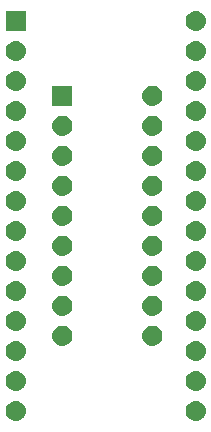
<source format=gbr>
G04 #@! TF.GenerationSoftware,KiCad,Pcbnew,(5.1.4)-1*
G04 #@! TF.CreationDate,2021-03-20T22:52:07-04:00*
G04 #@! TF.ProjectId,27C256_to_82s137,32374332-3536-45f7-946f-5f3832733133,rev?*
G04 #@! TF.SameCoordinates,Original*
G04 #@! TF.FileFunction,Soldermask,Top*
G04 #@! TF.FilePolarity,Negative*
%FSLAX46Y46*%
G04 Gerber Fmt 4.6, Leading zero omitted, Abs format (unit mm)*
G04 Created by KiCad (PCBNEW (5.1.4)-1) date 2021-03-20 22:52:07*
%MOMM*%
%LPD*%
G04 APERTURE LIST*
%ADD10C,0.100000*%
G04 APERTURE END LIST*
D10*
G36*
X174141824Y-109416314D02*
G01*
X174302243Y-109464977D01*
X174434907Y-109535887D01*
X174450079Y-109543997D01*
X174579660Y-109650342D01*
X174686005Y-109779923D01*
X174686006Y-109779925D01*
X174765025Y-109927759D01*
X174813688Y-110088178D01*
X174830118Y-110255001D01*
X174813688Y-110421824D01*
X174765025Y-110582243D01*
X174694115Y-110714907D01*
X174686005Y-110730079D01*
X174579660Y-110859660D01*
X174450079Y-110966005D01*
X174450077Y-110966006D01*
X174302243Y-111045025D01*
X174141824Y-111093688D01*
X174016805Y-111106001D01*
X173933197Y-111106001D01*
X173808178Y-111093688D01*
X173647759Y-111045025D01*
X173499925Y-110966006D01*
X173499923Y-110966005D01*
X173370342Y-110859660D01*
X173263997Y-110730079D01*
X173255887Y-110714907D01*
X173184977Y-110582243D01*
X173136314Y-110421824D01*
X173119884Y-110255001D01*
X173136314Y-110088178D01*
X173184977Y-109927759D01*
X173263996Y-109779925D01*
X173263997Y-109779923D01*
X173370342Y-109650342D01*
X173499923Y-109543997D01*
X173515095Y-109535887D01*
X173647759Y-109464977D01*
X173808178Y-109416314D01*
X173933197Y-109404001D01*
X174016805Y-109404001D01*
X174141824Y-109416314D01*
X174141824Y-109416314D01*
G37*
G36*
X158901824Y-109416314D02*
G01*
X159062243Y-109464977D01*
X159194907Y-109535887D01*
X159210079Y-109543997D01*
X159339660Y-109650342D01*
X159446005Y-109779923D01*
X159446006Y-109779925D01*
X159525025Y-109927759D01*
X159573688Y-110088178D01*
X159590118Y-110255001D01*
X159573688Y-110421824D01*
X159525025Y-110582243D01*
X159454115Y-110714907D01*
X159446005Y-110730079D01*
X159339660Y-110859660D01*
X159210079Y-110966005D01*
X159210077Y-110966006D01*
X159062243Y-111045025D01*
X158901824Y-111093688D01*
X158776805Y-111106001D01*
X158693197Y-111106001D01*
X158568178Y-111093688D01*
X158407759Y-111045025D01*
X158259925Y-110966006D01*
X158259923Y-110966005D01*
X158130342Y-110859660D01*
X158023997Y-110730079D01*
X158015887Y-110714907D01*
X157944977Y-110582243D01*
X157896314Y-110421824D01*
X157879884Y-110255001D01*
X157896314Y-110088178D01*
X157944977Y-109927759D01*
X158023996Y-109779925D01*
X158023997Y-109779923D01*
X158130342Y-109650342D01*
X158259923Y-109543997D01*
X158275095Y-109535887D01*
X158407759Y-109464977D01*
X158568178Y-109416314D01*
X158693197Y-109404001D01*
X158776805Y-109404001D01*
X158901824Y-109416314D01*
X158901824Y-109416314D01*
G37*
G36*
X174141824Y-106876314D02*
G01*
X174302243Y-106924977D01*
X174434907Y-106995887D01*
X174450079Y-107003997D01*
X174579660Y-107110342D01*
X174686005Y-107239923D01*
X174686006Y-107239925D01*
X174765025Y-107387759D01*
X174813688Y-107548178D01*
X174830118Y-107715001D01*
X174813688Y-107881824D01*
X174765025Y-108042243D01*
X174694115Y-108174907D01*
X174686005Y-108190079D01*
X174579660Y-108319660D01*
X174450079Y-108426005D01*
X174450077Y-108426006D01*
X174302243Y-108505025D01*
X174141824Y-108553688D01*
X174016805Y-108566001D01*
X173933197Y-108566001D01*
X173808178Y-108553688D01*
X173647759Y-108505025D01*
X173499925Y-108426006D01*
X173499923Y-108426005D01*
X173370342Y-108319660D01*
X173263997Y-108190079D01*
X173255887Y-108174907D01*
X173184977Y-108042243D01*
X173136314Y-107881824D01*
X173119884Y-107715001D01*
X173136314Y-107548178D01*
X173184977Y-107387759D01*
X173263996Y-107239925D01*
X173263997Y-107239923D01*
X173370342Y-107110342D01*
X173499923Y-107003997D01*
X173515095Y-106995887D01*
X173647759Y-106924977D01*
X173808178Y-106876314D01*
X173933197Y-106864001D01*
X174016805Y-106864001D01*
X174141824Y-106876314D01*
X174141824Y-106876314D01*
G37*
G36*
X158901824Y-106876314D02*
G01*
X159062243Y-106924977D01*
X159194907Y-106995887D01*
X159210079Y-107003997D01*
X159339660Y-107110342D01*
X159446005Y-107239923D01*
X159446006Y-107239925D01*
X159525025Y-107387759D01*
X159573688Y-107548178D01*
X159590118Y-107715001D01*
X159573688Y-107881824D01*
X159525025Y-108042243D01*
X159454115Y-108174907D01*
X159446005Y-108190079D01*
X159339660Y-108319660D01*
X159210079Y-108426005D01*
X159210077Y-108426006D01*
X159062243Y-108505025D01*
X158901824Y-108553688D01*
X158776805Y-108566001D01*
X158693197Y-108566001D01*
X158568178Y-108553688D01*
X158407759Y-108505025D01*
X158259925Y-108426006D01*
X158259923Y-108426005D01*
X158130342Y-108319660D01*
X158023997Y-108190079D01*
X158015887Y-108174907D01*
X157944977Y-108042243D01*
X157896314Y-107881824D01*
X157879884Y-107715001D01*
X157896314Y-107548178D01*
X157944977Y-107387759D01*
X158023996Y-107239925D01*
X158023997Y-107239923D01*
X158130342Y-107110342D01*
X158259923Y-107003997D01*
X158275095Y-106995887D01*
X158407759Y-106924977D01*
X158568178Y-106876314D01*
X158693197Y-106864001D01*
X158776805Y-106864001D01*
X158901824Y-106876314D01*
X158901824Y-106876314D01*
G37*
G36*
X158901824Y-104336314D02*
G01*
X159062243Y-104384977D01*
X159194907Y-104455887D01*
X159210079Y-104463997D01*
X159339660Y-104570342D01*
X159446005Y-104699923D01*
X159446006Y-104699925D01*
X159525025Y-104847759D01*
X159573688Y-105008178D01*
X159590118Y-105175001D01*
X159573688Y-105341824D01*
X159525025Y-105502243D01*
X159454115Y-105634907D01*
X159446005Y-105650079D01*
X159339660Y-105779660D01*
X159210079Y-105886005D01*
X159210077Y-105886006D01*
X159062243Y-105965025D01*
X158901824Y-106013688D01*
X158776805Y-106026001D01*
X158693197Y-106026001D01*
X158568178Y-106013688D01*
X158407759Y-105965025D01*
X158259925Y-105886006D01*
X158259923Y-105886005D01*
X158130342Y-105779660D01*
X158023997Y-105650079D01*
X158015887Y-105634907D01*
X157944977Y-105502243D01*
X157896314Y-105341824D01*
X157879884Y-105175001D01*
X157896314Y-105008178D01*
X157944977Y-104847759D01*
X158023996Y-104699925D01*
X158023997Y-104699923D01*
X158130342Y-104570342D01*
X158259923Y-104463997D01*
X158275095Y-104455887D01*
X158407759Y-104384977D01*
X158568178Y-104336314D01*
X158693197Y-104324001D01*
X158776805Y-104324001D01*
X158901824Y-104336314D01*
X158901824Y-104336314D01*
G37*
G36*
X174141824Y-104336314D02*
G01*
X174302243Y-104384977D01*
X174434907Y-104455887D01*
X174450079Y-104463997D01*
X174579660Y-104570342D01*
X174686005Y-104699923D01*
X174686006Y-104699925D01*
X174765025Y-104847759D01*
X174813688Y-105008178D01*
X174830118Y-105175001D01*
X174813688Y-105341824D01*
X174765025Y-105502243D01*
X174694115Y-105634907D01*
X174686005Y-105650079D01*
X174579660Y-105779660D01*
X174450079Y-105886005D01*
X174450077Y-105886006D01*
X174302243Y-105965025D01*
X174141824Y-106013688D01*
X174016805Y-106026001D01*
X173933197Y-106026001D01*
X173808178Y-106013688D01*
X173647759Y-105965025D01*
X173499925Y-105886006D01*
X173499923Y-105886005D01*
X173370342Y-105779660D01*
X173263997Y-105650079D01*
X173255887Y-105634907D01*
X173184977Y-105502243D01*
X173136314Y-105341824D01*
X173119884Y-105175001D01*
X173136314Y-105008178D01*
X173184977Y-104847759D01*
X173263996Y-104699925D01*
X173263997Y-104699923D01*
X173370342Y-104570342D01*
X173499923Y-104463997D01*
X173515095Y-104455887D01*
X173647759Y-104384977D01*
X173808178Y-104336314D01*
X173933197Y-104324001D01*
X174016805Y-104324001D01*
X174141824Y-104336314D01*
X174141824Y-104336314D01*
G37*
G36*
X170466823Y-103041313D02*
G01*
X170627242Y-103089976D01*
X170759906Y-103160886D01*
X170775078Y-103168996D01*
X170904659Y-103275341D01*
X171011004Y-103404922D01*
X171011005Y-103404924D01*
X171090024Y-103552758D01*
X171138687Y-103713177D01*
X171155117Y-103880000D01*
X171138687Y-104046823D01*
X171090024Y-104207242D01*
X171021033Y-104336315D01*
X171011004Y-104355078D01*
X170904659Y-104484659D01*
X170775078Y-104591004D01*
X170775076Y-104591005D01*
X170627242Y-104670024D01*
X170466823Y-104718687D01*
X170341804Y-104731000D01*
X170258196Y-104731000D01*
X170133177Y-104718687D01*
X169972758Y-104670024D01*
X169824924Y-104591005D01*
X169824922Y-104591004D01*
X169695341Y-104484659D01*
X169588996Y-104355078D01*
X169578967Y-104336315D01*
X169509976Y-104207242D01*
X169461313Y-104046823D01*
X169444883Y-103880000D01*
X169461313Y-103713177D01*
X169509976Y-103552758D01*
X169588995Y-103404924D01*
X169588996Y-103404922D01*
X169695341Y-103275341D01*
X169824922Y-103168996D01*
X169840094Y-103160886D01*
X169972758Y-103089976D01*
X170133177Y-103041313D01*
X170258196Y-103029000D01*
X170341804Y-103029000D01*
X170466823Y-103041313D01*
X170466823Y-103041313D01*
G37*
G36*
X162846823Y-103041313D02*
G01*
X163007242Y-103089976D01*
X163139906Y-103160886D01*
X163155078Y-103168996D01*
X163284659Y-103275341D01*
X163391004Y-103404922D01*
X163391005Y-103404924D01*
X163470024Y-103552758D01*
X163518687Y-103713177D01*
X163535117Y-103880000D01*
X163518687Y-104046823D01*
X163470024Y-104207242D01*
X163401033Y-104336315D01*
X163391004Y-104355078D01*
X163284659Y-104484659D01*
X163155078Y-104591004D01*
X163155076Y-104591005D01*
X163007242Y-104670024D01*
X162846823Y-104718687D01*
X162721804Y-104731000D01*
X162638196Y-104731000D01*
X162513177Y-104718687D01*
X162352758Y-104670024D01*
X162204924Y-104591005D01*
X162204922Y-104591004D01*
X162075341Y-104484659D01*
X161968996Y-104355078D01*
X161958967Y-104336315D01*
X161889976Y-104207242D01*
X161841313Y-104046823D01*
X161824883Y-103880000D01*
X161841313Y-103713177D01*
X161889976Y-103552758D01*
X161968995Y-103404924D01*
X161968996Y-103404922D01*
X162075341Y-103275341D01*
X162204922Y-103168996D01*
X162220094Y-103160886D01*
X162352758Y-103089976D01*
X162513177Y-103041313D01*
X162638196Y-103029000D01*
X162721804Y-103029000D01*
X162846823Y-103041313D01*
X162846823Y-103041313D01*
G37*
G36*
X158901824Y-101796314D02*
G01*
X159062243Y-101844977D01*
X159194907Y-101915887D01*
X159210079Y-101923997D01*
X159339660Y-102030342D01*
X159446005Y-102159923D01*
X159446006Y-102159925D01*
X159525025Y-102307759D01*
X159573688Y-102468178D01*
X159590118Y-102635001D01*
X159573688Y-102801824D01*
X159525025Y-102962243D01*
X159456751Y-103089975D01*
X159446005Y-103110079D01*
X159339660Y-103239660D01*
X159210079Y-103346005D01*
X159210077Y-103346006D01*
X159062243Y-103425025D01*
X158901824Y-103473688D01*
X158776805Y-103486001D01*
X158693197Y-103486001D01*
X158568178Y-103473688D01*
X158407759Y-103425025D01*
X158259925Y-103346006D01*
X158259923Y-103346005D01*
X158130342Y-103239660D01*
X158023997Y-103110079D01*
X158013251Y-103089975D01*
X157944977Y-102962243D01*
X157896314Y-102801824D01*
X157879884Y-102635001D01*
X157896314Y-102468178D01*
X157944977Y-102307759D01*
X158023996Y-102159925D01*
X158023997Y-102159923D01*
X158130342Y-102030342D01*
X158259923Y-101923997D01*
X158275095Y-101915887D01*
X158407759Y-101844977D01*
X158568178Y-101796314D01*
X158693197Y-101784001D01*
X158776805Y-101784001D01*
X158901824Y-101796314D01*
X158901824Y-101796314D01*
G37*
G36*
X174141824Y-101796314D02*
G01*
X174302243Y-101844977D01*
X174434907Y-101915887D01*
X174450079Y-101923997D01*
X174579660Y-102030342D01*
X174686005Y-102159923D01*
X174686006Y-102159925D01*
X174765025Y-102307759D01*
X174813688Y-102468178D01*
X174830118Y-102635001D01*
X174813688Y-102801824D01*
X174765025Y-102962243D01*
X174696751Y-103089975D01*
X174686005Y-103110079D01*
X174579660Y-103239660D01*
X174450079Y-103346005D01*
X174450077Y-103346006D01*
X174302243Y-103425025D01*
X174141824Y-103473688D01*
X174016805Y-103486001D01*
X173933197Y-103486001D01*
X173808178Y-103473688D01*
X173647759Y-103425025D01*
X173499925Y-103346006D01*
X173499923Y-103346005D01*
X173370342Y-103239660D01*
X173263997Y-103110079D01*
X173253251Y-103089975D01*
X173184977Y-102962243D01*
X173136314Y-102801824D01*
X173119884Y-102635001D01*
X173136314Y-102468178D01*
X173184977Y-102307759D01*
X173263996Y-102159925D01*
X173263997Y-102159923D01*
X173370342Y-102030342D01*
X173499923Y-101923997D01*
X173515095Y-101915887D01*
X173647759Y-101844977D01*
X173808178Y-101796314D01*
X173933197Y-101784001D01*
X174016805Y-101784001D01*
X174141824Y-101796314D01*
X174141824Y-101796314D01*
G37*
G36*
X162846823Y-100501313D02*
G01*
X163007242Y-100549976D01*
X163139906Y-100620886D01*
X163155078Y-100628996D01*
X163284659Y-100735341D01*
X163391004Y-100864922D01*
X163391005Y-100864924D01*
X163470024Y-101012758D01*
X163518687Y-101173177D01*
X163535117Y-101340000D01*
X163518687Y-101506823D01*
X163470024Y-101667242D01*
X163401033Y-101796315D01*
X163391004Y-101815078D01*
X163284659Y-101944659D01*
X163155078Y-102051004D01*
X163155076Y-102051005D01*
X163007242Y-102130024D01*
X162846823Y-102178687D01*
X162721804Y-102191000D01*
X162638196Y-102191000D01*
X162513177Y-102178687D01*
X162352758Y-102130024D01*
X162204924Y-102051005D01*
X162204922Y-102051004D01*
X162075341Y-101944659D01*
X161968996Y-101815078D01*
X161958967Y-101796315D01*
X161889976Y-101667242D01*
X161841313Y-101506823D01*
X161824883Y-101340000D01*
X161841313Y-101173177D01*
X161889976Y-101012758D01*
X161968995Y-100864924D01*
X161968996Y-100864922D01*
X162075341Y-100735341D01*
X162204922Y-100628996D01*
X162220094Y-100620886D01*
X162352758Y-100549976D01*
X162513177Y-100501313D01*
X162638196Y-100489000D01*
X162721804Y-100489000D01*
X162846823Y-100501313D01*
X162846823Y-100501313D01*
G37*
G36*
X170466823Y-100501313D02*
G01*
X170627242Y-100549976D01*
X170759906Y-100620886D01*
X170775078Y-100628996D01*
X170904659Y-100735341D01*
X171011004Y-100864922D01*
X171011005Y-100864924D01*
X171090024Y-101012758D01*
X171138687Y-101173177D01*
X171155117Y-101340000D01*
X171138687Y-101506823D01*
X171090024Y-101667242D01*
X171021033Y-101796315D01*
X171011004Y-101815078D01*
X170904659Y-101944659D01*
X170775078Y-102051004D01*
X170775076Y-102051005D01*
X170627242Y-102130024D01*
X170466823Y-102178687D01*
X170341804Y-102191000D01*
X170258196Y-102191000D01*
X170133177Y-102178687D01*
X169972758Y-102130024D01*
X169824924Y-102051005D01*
X169824922Y-102051004D01*
X169695341Y-101944659D01*
X169588996Y-101815078D01*
X169578967Y-101796315D01*
X169509976Y-101667242D01*
X169461313Y-101506823D01*
X169444883Y-101340000D01*
X169461313Y-101173177D01*
X169509976Y-101012758D01*
X169588995Y-100864924D01*
X169588996Y-100864922D01*
X169695341Y-100735341D01*
X169824922Y-100628996D01*
X169840094Y-100620886D01*
X169972758Y-100549976D01*
X170133177Y-100501313D01*
X170258196Y-100489000D01*
X170341804Y-100489000D01*
X170466823Y-100501313D01*
X170466823Y-100501313D01*
G37*
G36*
X174141824Y-99256314D02*
G01*
X174302243Y-99304977D01*
X174434907Y-99375887D01*
X174450079Y-99383997D01*
X174579660Y-99490342D01*
X174686005Y-99619923D01*
X174686006Y-99619925D01*
X174765025Y-99767759D01*
X174813688Y-99928178D01*
X174830118Y-100095001D01*
X174813688Y-100261824D01*
X174765025Y-100422243D01*
X174696751Y-100549975D01*
X174686005Y-100570079D01*
X174579660Y-100699660D01*
X174450079Y-100806005D01*
X174450077Y-100806006D01*
X174302243Y-100885025D01*
X174141824Y-100933688D01*
X174016805Y-100946001D01*
X173933197Y-100946001D01*
X173808178Y-100933688D01*
X173647759Y-100885025D01*
X173499925Y-100806006D01*
X173499923Y-100806005D01*
X173370342Y-100699660D01*
X173263997Y-100570079D01*
X173253251Y-100549975D01*
X173184977Y-100422243D01*
X173136314Y-100261824D01*
X173119884Y-100095001D01*
X173136314Y-99928178D01*
X173184977Y-99767759D01*
X173263996Y-99619925D01*
X173263997Y-99619923D01*
X173370342Y-99490342D01*
X173499923Y-99383997D01*
X173515095Y-99375887D01*
X173647759Y-99304977D01*
X173808178Y-99256314D01*
X173933197Y-99244001D01*
X174016805Y-99244001D01*
X174141824Y-99256314D01*
X174141824Y-99256314D01*
G37*
G36*
X158901824Y-99256314D02*
G01*
X159062243Y-99304977D01*
X159194907Y-99375887D01*
X159210079Y-99383997D01*
X159339660Y-99490342D01*
X159446005Y-99619923D01*
X159446006Y-99619925D01*
X159525025Y-99767759D01*
X159573688Y-99928178D01*
X159590118Y-100095001D01*
X159573688Y-100261824D01*
X159525025Y-100422243D01*
X159456751Y-100549975D01*
X159446005Y-100570079D01*
X159339660Y-100699660D01*
X159210079Y-100806005D01*
X159210077Y-100806006D01*
X159062243Y-100885025D01*
X158901824Y-100933688D01*
X158776805Y-100946001D01*
X158693197Y-100946001D01*
X158568178Y-100933688D01*
X158407759Y-100885025D01*
X158259925Y-100806006D01*
X158259923Y-100806005D01*
X158130342Y-100699660D01*
X158023997Y-100570079D01*
X158013251Y-100549975D01*
X157944977Y-100422243D01*
X157896314Y-100261824D01*
X157879884Y-100095001D01*
X157896314Y-99928178D01*
X157944977Y-99767759D01*
X158023996Y-99619925D01*
X158023997Y-99619923D01*
X158130342Y-99490342D01*
X158259923Y-99383997D01*
X158275095Y-99375887D01*
X158407759Y-99304977D01*
X158568178Y-99256314D01*
X158693197Y-99244001D01*
X158776805Y-99244001D01*
X158901824Y-99256314D01*
X158901824Y-99256314D01*
G37*
G36*
X170466823Y-97961313D02*
G01*
X170627242Y-98009976D01*
X170759906Y-98080886D01*
X170775078Y-98088996D01*
X170904659Y-98195341D01*
X171011004Y-98324922D01*
X171011005Y-98324924D01*
X171090024Y-98472758D01*
X171138687Y-98633177D01*
X171155117Y-98800000D01*
X171138687Y-98966823D01*
X171090024Y-99127242D01*
X171021033Y-99256315D01*
X171011004Y-99275078D01*
X170904659Y-99404659D01*
X170775078Y-99511004D01*
X170775076Y-99511005D01*
X170627242Y-99590024D01*
X170466823Y-99638687D01*
X170341804Y-99651000D01*
X170258196Y-99651000D01*
X170133177Y-99638687D01*
X169972758Y-99590024D01*
X169824924Y-99511005D01*
X169824922Y-99511004D01*
X169695341Y-99404659D01*
X169588996Y-99275078D01*
X169578967Y-99256315D01*
X169509976Y-99127242D01*
X169461313Y-98966823D01*
X169444883Y-98800000D01*
X169461313Y-98633177D01*
X169509976Y-98472758D01*
X169588995Y-98324924D01*
X169588996Y-98324922D01*
X169695341Y-98195341D01*
X169824922Y-98088996D01*
X169840094Y-98080886D01*
X169972758Y-98009976D01*
X170133177Y-97961313D01*
X170258196Y-97949000D01*
X170341804Y-97949000D01*
X170466823Y-97961313D01*
X170466823Y-97961313D01*
G37*
G36*
X162846823Y-97961313D02*
G01*
X163007242Y-98009976D01*
X163139906Y-98080886D01*
X163155078Y-98088996D01*
X163284659Y-98195341D01*
X163391004Y-98324922D01*
X163391005Y-98324924D01*
X163470024Y-98472758D01*
X163518687Y-98633177D01*
X163535117Y-98800000D01*
X163518687Y-98966823D01*
X163470024Y-99127242D01*
X163401033Y-99256315D01*
X163391004Y-99275078D01*
X163284659Y-99404659D01*
X163155078Y-99511004D01*
X163155076Y-99511005D01*
X163007242Y-99590024D01*
X162846823Y-99638687D01*
X162721804Y-99651000D01*
X162638196Y-99651000D01*
X162513177Y-99638687D01*
X162352758Y-99590024D01*
X162204924Y-99511005D01*
X162204922Y-99511004D01*
X162075341Y-99404659D01*
X161968996Y-99275078D01*
X161958967Y-99256315D01*
X161889976Y-99127242D01*
X161841313Y-98966823D01*
X161824883Y-98800000D01*
X161841313Y-98633177D01*
X161889976Y-98472758D01*
X161968995Y-98324924D01*
X161968996Y-98324922D01*
X162075341Y-98195341D01*
X162204922Y-98088996D01*
X162220094Y-98080886D01*
X162352758Y-98009976D01*
X162513177Y-97961313D01*
X162638196Y-97949000D01*
X162721804Y-97949000D01*
X162846823Y-97961313D01*
X162846823Y-97961313D01*
G37*
G36*
X158901824Y-96716314D02*
G01*
X159062243Y-96764977D01*
X159194907Y-96835887D01*
X159210079Y-96843997D01*
X159339660Y-96950342D01*
X159446005Y-97079923D01*
X159446006Y-97079925D01*
X159525025Y-97227759D01*
X159573688Y-97388178D01*
X159590118Y-97555001D01*
X159573688Y-97721824D01*
X159525025Y-97882243D01*
X159456751Y-98009975D01*
X159446005Y-98030079D01*
X159339660Y-98159660D01*
X159210079Y-98266005D01*
X159210077Y-98266006D01*
X159062243Y-98345025D01*
X158901824Y-98393688D01*
X158776805Y-98406001D01*
X158693197Y-98406001D01*
X158568178Y-98393688D01*
X158407759Y-98345025D01*
X158259925Y-98266006D01*
X158259923Y-98266005D01*
X158130342Y-98159660D01*
X158023997Y-98030079D01*
X158013251Y-98009975D01*
X157944977Y-97882243D01*
X157896314Y-97721824D01*
X157879884Y-97555001D01*
X157896314Y-97388178D01*
X157944977Y-97227759D01*
X158023996Y-97079925D01*
X158023997Y-97079923D01*
X158130342Y-96950342D01*
X158259923Y-96843997D01*
X158275095Y-96835887D01*
X158407759Y-96764977D01*
X158568178Y-96716314D01*
X158693197Y-96704001D01*
X158776805Y-96704001D01*
X158901824Y-96716314D01*
X158901824Y-96716314D01*
G37*
G36*
X174141824Y-96716314D02*
G01*
X174302243Y-96764977D01*
X174434907Y-96835887D01*
X174450079Y-96843997D01*
X174579660Y-96950342D01*
X174686005Y-97079923D01*
X174686006Y-97079925D01*
X174765025Y-97227759D01*
X174813688Y-97388178D01*
X174830118Y-97555001D01*
X174813688Y-97721824D01*
X174765025Y-97882243D01*
X174696751Y-98009975D01*
X174686005Y-98030079D01*
X174579660Y-98159660D01*
X174450079Y-98266005D01*
X174450077Y-98266006D01*
X174302243Y-98345025D01*
X174141824Y-98393688D01*
X174016805Y-98406001D01*
X173933197Y-98406001D01*
X173808178Y-98393688D01*
X173647759Y-98345025D01*
X173499925Y-98266006D01*
X173499923Y-98266005D01*
X173370342Y-98159660D01*
X173263997Y-98030079D01*
X173253251Y-98009975D01*
X173184977Y-97882243D01*
X173136314Y-97721824D01*
X173119884Y-97555001D01*
X173136314Y-97388178D01*
X173184977Y-97227759D01*
X173263996Y-97079925D01*
X173263997Y-97079923D01*
X173370342Y-96950342D01*
X173499923Y-96843997D01*
X173515095Y-96835887D01*
X173647759Y-96764977D01*
X173808178Y-96716314D01*
X173933197Y-96704001D01*
X174016805Y-96704001D01*
X174141824Y-96716314D01*
X174141824Y-96716314D01*
G37*
G36*
X170466823Y-95421313D02*
G01*
X170627242Y-95469976D01*
X170759906Y-95540886D01*
X170775078Y-95548996D01*
X170904659Y-95655341D01*
X171011004Y-95784922D01*
X171011005Y-95784924D01*
X171090024Y-95932758D01*
X171138687Y-96093177D01*
X171155117Y-96260000D01*
X171138687Y-96426823D01*
X171090024Y-96587242D01*
X171021033Y-96716315D01*
X171011004Y-96735078D01*
X170904659Y-96864659D01*
X170775078Y-96971004D01*
X170775076Y-96971005D01*
X170627242Y-97050024D01*
X170466823Y-97098687D01*
X170341804Y-97111000D01*
X170258196Y-97111000D01*
X170133177Y-97098687D01*
X169972758Y-97050024D01*
X169824924Y-96971005D01*
X169824922Y-96971004D01*
X169695341Y-96864659D01*
X169588996Y-96735078D01*
X169578967Y-96716315D01*
X169509976Y-96587242D01*
X169461313Y-96426823D01*
X169444883Y-96260000D01*
X169461313Y-96093177D01*
X169509976Y-95932758D01*
X169588995Y-95784924D01*
X169588996Y-95784922D01*
X169695341Y-95655341D01*
X169824922Y-95548996D01*
X169840094Y-95540886D01*
X169972758Y-95469976D01*
X170133177Y-95421313D01*
X170258196Y-95409000D01*
X170341804Y-95409000D01*
X170466823Y-95421313D01*
X170466823Y-95421313D01*
G37*
G36*
X162846823Y-95421313D02*
G01*
X163007242Y-95469976D01*
X163139906Y-95540886D01*
X163155078Y-95548996D01*
X163284659Y-95655341D01*
X163391004Y-95784922D01*
X163391005Y-95784924D01*
X163470024Y-95932758D01*
X163518687Y-96093177D01*
X163535117Y-96260000D01*
X163518687Y-96426823D01*
X163470024Y-96587242D01*
X163401033Y-96716315D01*
X163391004Y-96735078D01*
X163284659Y-96864659D01*
X163155078Y-96971004D01*
X163155076Y-96971005D01*
X163007242Y-97050024D01*
X162846823Y-97098687D01*
X162721804Y-97111000D01*
X162638196Y-97111000D01*
X162513177Y-97098687D01*
X162352758Y-97050024D01*
X162204924Y-96971005D01*
X162204922Y-96971004D01*
X162075341Y-96864659D01*
X161968996Y-96735078D01*
X161958967Y-96716315D01*
X161889976Y-96587242D01*
X161841313Y-96426823D01*
X161824883Y-96260000D01*
X161841313Y-96093177D01*
X161889976Y-95932758D01*
X161968995Y-95784924D01*
X161968996Y-95784922D01*
X162075341Y-95655341D01*
X162204922Y-95548996D01*
X162220094Y-95540886D01*
X162352758Y-95469976D01*
X162513177Y-95421313D01*
X162638196Y-95409000D01*
X162721804Y-95409000D01*
X162846823Y-95421313D01*
X162846823Y-95421313D01*
G37*
G36*
X174141824Y-94176314D02*
G01*
X174302243Y-94224977D01*
X174434907Y-94295887D01*
X174450079Y-94303997D01*
X174579660Y-94410342D01*
X174686005Y-94539923D01*
X174686006Y-94539925D01*
X174765025Y-94687759D01*
X174813688Y-94848178D01*
X174830118Y-95015001D01*
X174813688Y-95181824D01*
X174765025Y-95342243D01*
X174696751Y-95469975D01*
X174686005Y-95490079D01*
X174579660Y-95619660D01*
X174450079Y-95726005D01*
X174450077Y-95726006D01*
X174302243Y-95805025D01*
X174141824Y-95853688D01*
X174016805Y-95866001D01*
X173933197Y-95866001D01*
X173808178Y-95853688D01*
X173647759Y-95805025D01*
X173499925Y-95726006D01*
X173499923Y-95726005D01*
X173370342Y-95619660D01*
X173263997Y-95490079D01*
X173253251Y-95469975D01*
X173184977Y-95342243D01*
X173136314Y-95181824D01*
X173119884Y-95015001D01*
X173136314Y-94848178D01*
X173184977Y-94687759D01*
X173263996Y-94539925D01*
X173263997Y-94539923D01*
X173370342Y-94410342D01*
X173499923Y-94303997D01*
X173515095Y-94295887D01*
X173647759Y-94224977D01*
X173808178Y-94176314D01*
X173933197Y-94164001D01*
X174016805Y-94164001D01*
X174141824Y-94176314D01*
X174141824Y-94176314D01*
G37*
G36*
X158901824Y-94176314D02*
G01*
X159062243Y-94224977D01*
X159194907Y-94295887D01*
X159210079Y-94303997D01*
X159339660Y-94410342D01*
X159446005Y-94539923D01*
X159446006Y-94539925D01*
X159525025Y-94687759D01*
X159573688Y-94848178D01*
X159590118Y-95015001D01*
X159573688Y-95181824D01*
X159525025Y-95342243D01*
X159456751Y-95469975D01*
X159446005Y-95490079D01*
X159339660Y-95619660D01*
X159210079Y-95726005D01*
X159210077Y-95726006D01*
X159062243Y-95805025D01*
X158901824Y-95853688D01*
X158776805Y-95866001D01*
X158693197Y-95866001D01*
X158568178Y-95853688D01*
X158407759Y-95805025D01*
X158259925Y-95726006D01*
X158259923Y-95726005D01*
X158130342Y-95619660D01*
X158023997Y-95490079D01*
X158013251Y-95469975D01*
X157944977Y-95342243D01*
X157896314Y-95181824D01*
X157879884Y-95015001D01*
X157896314Y-94848178D01*
X157944977Y-94687759D01*
X158023996Y-94539925D01*
X158023997Y-94539923D01*
X158130342Y-94410342D01*
X158259923Y-94303997D01*
X158275095Y-94295887D01*
X158407759Y-94224977D01*
X158568178Y-94176314D01*
X158693197Y-94164001D01*
X158776805Y-94164001D01*
X158901824Y-94176314D01*
X158901824Y-94176314D01*
G37*
G36*
X162846823Y-92881313D02*
G01*
X163007242Y-92929976D01*
X163139906Y-93000886D01*
X163155078Y-93008996D01*
X163284659Y-93115341D01*
X163391004Y-93244922D01*
X163391005Y-93244924D01*
X163470024Y-93392758D01*
X163518687Y-93553177D01*
X163535117Y-93720000D01*
X163518687Y-93886823D01*
X163470024Y-94047242D01*
X163401033Y-94176315D01*
X163391004Y-94195078D01*
X163284659Y-94324659D01*
X163155078Y-94431004D01*
X163155076Y-94431005D01*
X163007242Y-94510024D01*
X162846823Y-94558687D01*
X162721804Y-94571000D01*
X162638196Y-94571000D01*
X162513177Y-94558687D01*
X162352758Y-94510024D01*
X162204924Y-94431005D01*
X162204922Y-94431004D01*
X162075341Y-94324659D01*
X161968996Y-94195078D01*
X161958967Y-94176315D01*
X161889976Y-94047242D01*
X161841313Y-93886823D01*
X161824883Y-93720000D01*
X161841313Y-93553177D01*
X161889976Y-93392758D01*
X161968995Y-93244924D01*
X161968996Y-93244922D01*
X162075341Y-93115341D01*
X162204922Y-93008996D01*
X162220094Y-93000886D01*
X162352758Y-92929976D01*
X162513177Y-92881313D01*
X162638196Y-92869000D01*
X162721804Y-92869000D01*
X162846823Y-92881313D01*
X162846823Y-92881313D01*
G37*
G36*
X170466823Y-92881313D02*
G01*
X170627242Y-92929976D01*
X170759906Y-93000886D01*
X170775078Y-93008996D01*
X170904659Y-93115341D01*
X171011004Y-93244922D01*
X171011005Y-93244924D01*
X171090024Y-93392758D01*
X171138687Y-93553177D01*
X171155117Y-93720000D01*
X171138687Y-93886823D01*
X171090024Y-94047242D01*
X171021033Y-94176315D01*
X171011004Y-94195078D01*
X170904659Y-94324659D01*
X170775078Y-94431004D01*
X170775076Y-94431005D01*
X170627242Y-94510024D01*
X170466823Y-94558687D01*
X170341804Y-94571000D01*
X170258196Y-94571000D01*
X170133177Y-94558687D01*
X169972758Y-94510024D01*
X169824924Y-94431005D01*
X169824922Y-94431004D01*
X169695341Y-94324659D01*
X169588996Y-94195078D01*
X169578967Y-94176315D01*
X169509976Y-94047242D01*
X169461313Y-93886823D01*
X169444883Y-93720000D01*
X169461313Y-93553177D01*
X169509976Y-93392758D01*
X169588995Y-93244924D01*
X169588996Y-93244922D01*
X169695341Y-93115341D01*
X169824922Y-93008996D01*
X169840094Y-93000886D01*
X169972758Y-92929976D01*
X170133177Y-92881313D01*
X170258196Y-92869000D01*
X170341804Y-92869000D01*
X170466823Y-92881313D01*
X170466823Y-92881313D01*
G37*
G36*
X174141824Y-91636314D02*
G01*
X174302243Y-91684977D01*
X174434907Y-91755887D01*
X174450079Y-91763997D01*
X174579660Y-91870342D01*
X174686005Y-91999923D01*
X174686006Y-91999925D01*
X174765025Y-92147759D01*
X174813688Y-92308178D01*
X174830118Y-92475001D01*
X174813688Y-92641824D01*
X174765025Y-92802243D01*
X174696751Y-92929975D01*
X174686005Y-92950079D01*
X174579660Y-93079660D01*
X174450079Y-93186005D01*
X174450077Y-93186006D01*
X174302243Y-93265025D01*
X174141824Y-93313688D01*
X174016805Y-93326001D01*
X173933197Y-93326001D01*
X173808178Y-93313688D01*
X173647759Y-93265025D01*
X173499925Y-93186006D01*
X173499923Y-93186005D01*
X173370342Y-93079660D01*
X173263997Y-92950079D01*
X173253251Y-92929975D01*
X173184977Y-92802243D01*
X173136314Y-92641824D01*
X173119884Y-92475001D01*
X173136314Y-92308178D01*
X173184977Y-92147759D01*
X173263996Y-91999925D01*
X173263997Y-91999923D01*
X173370342Y-91870342D01*
X173499923Y-91763997D01*
X173515095Y-91755887D01*
X173647759Y-91684977D01*
X173808178Y-91636314D01*
X173933197Y-91624001D01*
X174016805Y-91624001D01*
X174141824Y-91636314D01*
X174141824Y-91636314D01*
G37*
G36*
X158901824Y-91636314D02*
G01*
X159062243Y-91684977D01*
X159194907Y-91755887D01*
X159210079Y-91763997D01*
X159339660Y-91870342D01*
X159446005Y-91999923D01*
X159446006Y-91999925D01*
X159525025Y-92147759D01*
X159573688Y-92308178D01*
X159590118Y-92475001D01*
X159573688Y-92641824D01*
X159525025Y-92802243D01*
X159456751Y-92929975D01*
X159446005Y-92950079D01*
X159339660Y-93079660D01*
X159210079Y-93186005D01*
X159210077Y-93186006D01*
X159062243Y-93265025D01*
X158901824Y-93313688D01*
X158776805Y-93326001D01*
X158693197Y-93326001D01*
X158568178Y-93313688D01*
X158407759Y-93265025D01*
X158259925Y-93186006D01*
X158259923Y-93186005D01*
X158130342Y-93079660D01*
X158023997Y-92950079D01*
X158013251Y-92929975D01*
X157944977Y-92802243D01*
X157896314Y-92641824D01*
X157879884Y-92475001D01*
X157896314Y-92308178D01*
X157944977Y-92147759D01*
X158023996Y-91999925D01*
X158023997Y-91999923D01*
X158130342Y-91870342D01*
X158259923Y-91763997D01*
X158275095Y-91755887D01*
X158407759Y-91684977D01*
X158568178Y-91636314D01*
X158693197Y-91624001D01*
X158776805Y-91624001D01*
X158901824Y-91636314D01*
X158901824Y-91636314D01*
G37*
G36*
X162846823Y-90341313D02*
G01*
X163007242Y-90389976D01*
X163139906Y-90460886D01*
X163155078Y-90468996D01*
X163284659Y-90575341D01*
X163391004Y-90704922D01*
X163391005Y-90704924D01*
X163470024Y-90852758D01*
X163518687Y-91013177D01*
X163535117Y-91180000D01*
X163518687Y-91346823D01*
X163470024Y-91507242D01*
X163401033Y-91636315D01*
X163391004Y-91655078D01*
X163284659Y-91784659D01*
X163155078Y-91891004D01*
X163155076Y-91891005D01*
X163007242Y-91970024D01*
X162846823Y-92018687D01*
X162721804Y-92031000D01*
X162638196Y-92031000D01*
X162513177Y-92018687D01*
X162352758Y-91970024D01*
X162204924Y-91891005D01*
X162204922Y-91891004D01*
X162075341Y-91784659D01*
X161968996Y-91655078D01*
X161958967Y-91636315D01*
X161889976Y-91507242D01*
X161841313Y-91346823D01*
X161824883Y-91180000D01*
X161841313Y-91013177D01*
X161889976Y-90852758D01*
X161968995Y-90704924D01*
X161968996Y-90704922D01*
X162075341Y-90575341D01*
X162204922Y-90468996D01*
X162220094Y-90460886D01*
X162352758Y-90389976D01*
X162513177Y-90341313D01*
X162638196Y-90329000D01*
X162721804Y-90329000D01*
X162846823Y-90341313D01*
X162846823Y-90341313D01*
G37*
G36*
X170466823Y-90341313D02*
G01*
X170627242Y-90389976D01*
X170759906Y-90460886D01*
X170775078Y-90468996D01*
X170904659Y-90575341D01*
X171011004Y-90704922D01*
X171011005Y-90704924D01*
X171090024Y-90852758D01*
X171138687Y-91013177D01*
X171155117Y-91180000D01*
X171138687Y-91346823D01*
X171090024Y-91507242D01*
X171021033Y-91636315D01*
X171011004Y-91655078D01*
X170904659Y-91784659D01*
X170775078Y-91891004D01*
X170775076Y-91891005D01*
X170627242Y-91970024D01*
X170466823Y-92018687D01*
X170341804Y-92031000D01*
X170258196Y-92031000D01*
X170133177Y-92018687D01*
X169972758Y-91970024D01*
X169824924Y-91891005D01*
X169824922Y-91891004D01*
X169695341Y-91784659D01*
X169588996Y-91655078D01*
X169578967Y-91636315D01*
X169509976Y-91507242D01*
X169461313Y-91346823D01*
X169444883Y-91180000D01*
X169461313Y-91013177D01*
X169509976Y-90852758D01*
X169588995Y-90704924D01*
X169588996Y-90704922D01*
X169695341Y-90575341D01*
X169824922Y-90468996D01*
X169840094Y-90460886D01*
X169972758Y-90389976D01*
X170133177Y-90341313D01*
X170258196Y-90329000D01*
X170341804Y-90329000D01*
X170466823Y-90341313D01*
X170466823Y-90341313D01*
G37*
G36*
X174141824Y-89096314D02*
G01*
X174302243Y-89144977D01*
X174434907Y-89215887D01*
X174450079Y-89223997D01*
X174579660Y-89330342D01*
X174686005Y-89459923D01*
X174686006Y-89459925D01*
X174765025Y-89607759D01*
X174813688Y-89768178D01*
X174830118Y-89935001D01*
X174813688Y-90101824D01*
X174765025Y-90262243D01*
X174696751Y-90389975D01*
X174686005Y-90410079D01*
X174579660Y-90539660D01*
X174450079Y-90646005D01*
X174450077Y-90646006D01*
X174302243Y-90725025D01*
X174141824Y-90773688D01*
X174016805Y-90786001D01*
X173933197Y-90786001D01*
X173808178Y-90773688D01*
X173647759Y-90725025D01*
X173499925Y-90646006D01*
X173499923Y-90646005D01*
X173370342Y-90539660D01*
X173263997Y-90410079D01*
X173253251Y-90389975D01*
X173184977Y-90262243D01*
X173136314Y-90101824D01*
X173119884Y-89935001D01*
X173136314Y-89768178D01*
X173184977Y-89607759D01*
X173263996Y-89459925D01*
X173263997Y-89459923D01*
X173370342Y-89330342D01*
X173499923Y-89223997D01*
X173515095Y-89215887D01*
X173647759Y-89144977D01*
X173808178Y-89096314D01*
X173933197Y-89084001D01*
X174016805Y-89084001D01*
X174141824Y-89096314D01*
X174141824Y-89096314D01*
G37*
G36*
X158901824Y-89096314D02*
G01*
X159062243Y-89144977D01*
X159194907Y-89215887D01*
X159210079Y-89223997D01*
X159339660Y-89330342D01*
X159446005Y-89459923D01*
X159446006Y-89459925D01*
X159525025Y-89607759D01*
X159573688Y-89768178D01*
X159590118Y-89935001D01*
X159573688Y-90101824D01*
X159525025Y-90262243D01*
X159456751Y-90389975D01*
X159446005Y-90410079D01*
X159339660Y-90539660D01*
X159210079Y-90646005D01*
X159210077Y-90646006D01*
X159062243Y-90725025D01*
X158901824Y-90773688D01*
X158776805Y-90786001D01*
X158693197Y-90786001D01*
X158568178Y-90773688D01*
X158407759Y-90725025D01*
X158259925Y-90646006D01*
X158259923Y-90646005D01*
X158130342Y-90539660D01*
X158023997Y-90410079D01*
X158013251Y-90389975D01*
X157944977Y-90262243D01*
X157896314Y-90101824D01*
X157879884Y-89935001D01*
X157896314Y-89768178D01*
X157944977Y-89607759D01*
X158023996Y-89459925D01*
X158023997Y-89459923D01*
X158130342Y-89330342D01*
X158259923Y-89223997D01*
X158275095Y-89215887D01*
X158407759Y-89144977D01*
X158568178Y-89096314D01*
X158693197Y-89084001D01*
X158776805Y-89084001D01*
X158901824Y-89096314D01*
X158901824Y-89096314D01*
G37*
G36*
X170466823Y-87801313D02*
G01*
X170627242Y-87849976D01*
X170759906Y-87920886D01*
X170775078Y-87928996D01*
X170904659Y-88035341D01*
X171011004Y-88164922D01*
X171011005Y-88164924D01*
X171090024Y-88312758D01*
X171138687Y-88473177D01*
X171155117Y-88640000D01*
X171138687Y-88806823D01*
X171090024Y-88967242D01*
X171021033Y-89096315D01*
X171011004Y-89115078D01*
X170904659Y-89244659D01*
X170775078Y-89351004D01*
X170775076Y-89351005D01*
X170627242Y-89430024D01*
X170466823Y-89478687D01*
X170341804Y-89491000D01*
X170258196Y-89491000D01*
X170133177Y-89478687D01*
X169972758Y-89430024D01*
X169824924Y-89351005D01*
X169824922Y-89351004D01*
X169695341Y-89244659D01*
X169588996Y-89115078D01*
X169578967Y-89096315D01*
X169509976Y-88967242D01*
X169461313Y-88806823D01*
X169444883Y-88640000D01*
X169461313Y-88473177D01*
X169509976Y-88312758D01*
X169588995Y-88164924D01*
X169588996Y-88164922D01*
X169695341Y-88035341D01*
X169824922Y-87928996D01*
X169840094Y-87920886D01*
X169972758Y-87849976D01*
X170133177Y-87801313D01*
X170258196Y-87789000D01*
X170341804Y-87789000D01*
X170466823Y-87801313D01*
X170466823Y-87801313D01*
G37*
G36*
X162846823Y-87801313D02*
G01*
X163007242Y-87849976D01*
X163139906Y-87920886D01*
X163155078Y-87928996D01*
X163284659Y-88035341D01*
X163391004Y-88164922D01*
X163391005Y-88164924D01*
X163470024Y-88312758D01*
X163518687Y-88473177D01*
X163535117Y-88640000D01*
X163518687Y-88806823D01*
X163470024Y-88967242D01*
X163401033Y-89096315D01*
X163391004Y-89115078D01*
X163284659Y-89244659D01*
X163155078Y-89351004D01*
X163155076Y-89351005D01*
X163007242Y-89430024D01*
X162846823Y-89478687D01*
X162721804Y-89491000D01*
X162638196Y-89491000D01*
X162513177Y-89478687D01*
X162352758Y-89430024D01*
X162204924Y-89351005D01*
X162204922Y-89351004D01*
X162075341Y-89244659D01*
X161968996Y-89115078D01*
X161958967Y-89096315D01*
X161889976Y-88967242D01*
X161841313Y-88806823D01*
X161824883Y-88640000D01*
X161841313Y-88473177D01*
X161889976Y-88312758D01*
X161968995Y-88164924D01*
X161968996Y-88164922D01*
X162075341Y-88035341D01*
X162204922Y-87928996D01*
X162220094Y-87920886D01*
X162352758Y-87849976D01*
X162513177Y-87801313D01*
X162638196Y-87789000D01*
X162721804Y-87789000D01*
X162846823Y-87801313D01*
X162846823Y-87801313D01*
G37*
G36*
X158901824Y-86556314D02*
G01*
X159062243Y-86604977D01*
X159194907Y-86675887D01*
X159210079Y-86683997D01*
X159339660Y-86790342D01*
X159446005Y-86919923D01*
X159446006Y-86919925D01*
X159525025Y-87067759D01*
X159573688Y-87228178D01*
X159590118Y-87395001D01*
X159573688Y-87561824D01*
X159525025Y-87722243D01*
X159456751Y-87849975D01*
X159446005Y-87870079D01*
X159339660Y-87999660D01*
X159210079Y-88106005D01*
X159210077Y-88106006D01*
X159062243Y-88185025D01*
X158901824Y-88233688D01*
X158776805Y-88246001D01*
X158693197Y-88246001D01*
X158568178Y-88233688D01*
X158407759Y-88185025D01*
X158259925Y-88106006D01*
X158259923Y-88106005D01*
X158130342Y-87999660D01*
X158023997Y-87870079D01*
X158013251Y-87849975D01*
X157944977Y-87722243D01*
X157896314Y-87561824D01*
X157879884Y-87395001D01*
X157896314Y-87228178D01*
X157944977Y-87067759D01*
X158023996Y-86919925D01*
X158023997Y-86919923D01*
X158130342Y-86790342D01*
X158259923Y-86683997D01*
X158275095Y-86675887D01*
X158407759Y-86604977D01*
X158568178Y-86556314D01*
X158693197Y-86544001D01*
X158776805Y-86544001D01*
X158901824Y-86556314D01*
X158901824Y-86556314D01*
G37*
G36*
X174141824Y-86556314D02*
G01*
X174302243Y-86604977D01*
X174434907Y-86675887D01*
X174450079Y-86683997D01*
X174579660Y-86790342D01*
X174686005Y-86919923D01*
X174686006Y-86919925D01*
X174765025Y-87067759D01*
X174813688Y-87228178D01*
X174830118Y-87395001D01*
X174813688Y-87561824D01*
X174765025Y-87722243D01*
X174696751Y-87849975D01*
X174686005Y-87870079D01*
X174579660Y-87999660D01*
X174450079Y-88106005D01*
X174450077Y-88106006D01*
X174302243Y-88185025D01*
X174141824Y-88233688D01*
X174016805Y-88246001D01*
X173933197Y-88246001D01*
X173808178Y-88233688D01*
X173647759Y-88185025D01*
X173499925Y-88106006D01*
X173499923Y-88106005D01*
X173370342Y-87999660D01*
X173263997Y-87870079D01*
X173253251Y-87849975D01*
X173184977Y-87722243D01*
X173136314Y-87561824D01*
X173119884Y-87395001D01*
X173136314Y-87228178D01*
X173184977Y-87067759D01*
X173263996Y-86919925D01*
X173263997Y-86919923D01*
X173370342Y-86790342D01*
X173499923Y-86683997D01*
X173515095Y-86675887D01*
X173647759Y-86604977D01*
X173808178Y-86556314D01*
X173933197Y-86544001D01*
X174016805Y-86544001D01*
X174141824Y-86556314D01*
X174141824Y-86556314D01*
G37*
G36*
X162846823Y-85261313D02*
G01*
X163007242Y-85309976D01*
X163139906Y-85380886D01*
X163155078Y-85388996D01*
X163284659Y-85495341D01*
X163391004Y-85624922D01*
X163391005Y-85624924D01*
X163470024Y-85772758D01*
X163518687Y-85933177D01*
X163535117Y-86100000D01*
X163518687Y-86266823D01*
X163470024Y-86427242D01*
X163401033Y-86556315D01*
X163391004Y-86575078D01*
X163284659Y-86704659D01*
X163155078Y-86811004D01*
X163155076Y-86811005D01*
X163007242Y-86890024D01*
X162846823Y-86938687D01*
X162721804Y-86951000D01*
X162638196Y-86951000D01*
X162513177Y-86938687D01*
X162352758Y-86890024D01*
X162204924Y-86811005D01*
X162204922Y-86811004D01*
X162075341Y-86704659D01*
X161968996Y-86575078D01*
X161958967Y-86556315D01*
X161889976Y-86427242D01*
X161841313Y-86266823D01*
X161824883Y-86100000D01*
X161841313Y-85933177D01*
X161889976Y-85772758D01*
X161968995Y-85624924D01*
X161968996Y-85624922D01*
X162075341Y-85495341D01*
X162204922Y-85388996D01*
X162220094Y-85380886D01*
X162352758Y-85309976D01*
X162513177Y-85261313D01*
X162638196Y-85249000D01*
X162721804Y-85249000D01*
X162846823Y-85261313D01*
X162846823Y-85261313D01*
G37*
G36*
X170466823Y-85261313D02*
G01*
X170627242Y-85309976D01*
X170759906Y-85380886D01*
X170775078Y-85388996D01*
X170904659Y-85495341D01*
X171011004Y-85624922D01*
X171011005Y-85624924D01*
X171090024Y-85772758D01*
X171138687Y-85933177D01*
X171155117Y-86100000D01*
X171138687Y-86266823D01*
X171090024Y-86427242D01*
X171021033Y-86556315D01*
X171011004Y-86575078D01*
X170904659Y-86704659D01*
X170775078Y-86811004D01*
X170775076Y-86811005D01*
X170627242Y-86890024D01*
X170466823Y-86938687D01*
X170341804Y-86951000D01*
X170258196Y-86951000D01*
X170133177Y-86938687D01*
X169972758Y-86890024D01*
X169824924Y-86811005D01*
X169824922Y-86811004D01*
X169695341Y-86704659D01*
X169588996Y-86575078D01*
X169578967Y-86556315D01*
X169509976Y-86427242D01*
X169461313Y-86266823D01*
X169444883Y-86100000D01*
X169461313Y-85933177D01*
X169509976Y-85772758D01*
X169588995Y-85624924D01*
X169588996Y-85624922D01*
X169695341Y-85495341D01*
X169824922Y-85388996D01*
X169840094Y-85380886D01*
X169972758Y-85309976D01*
X170133177Y-85261313D01*
X170258196Y-85249000D01*
X170341804Y-85249000D01*
X170466823Y-85261313D01*
X170466823Y-85261313D01*
G37*
G36*
X158901824Y-84016314D02*
G01*
X159062243Y-84064977D01*
X159194907Y-84135887D01*
X159210079Y-84143997D01*
X159339660Y-84250342D01*
X159446005Y-84379923D01*
X159446006Y-84379925D01*
X159525025Y-84527759D01*
X159573688Y-84688178D01*
X159590118Y-84855001D01*
X159573688Y-85021824D01*
X159525025Y-85182243D01*
X159456751Y-85309975D01*
X159446005Y-85330079D01*
X159339660Y-85459660D01*
X159210079Y-85566005D01*
X159210077Y-85566006D01*
X159062243Y-85645025D01*
X158901824Y-85693688D01*
X158776805Y-85706001D01*
X158693197Y-85706001D01*
X158568178Y-85693688D01*
X158407759Y-85645025D01*
X158259925Y-85566006D01*
X158259923Y-85566005D01*
X158130342Y-85459660D01*
X158023997Y-85330079D01*
X158013251Y-85309975D01*
X157944977Y-85182243D01*
X157896314Y-85021824D01*
X157879884Y-84855001D01*
X157896314Y-84688178D01*
X157944977Y-84527759D01*
X158023996Y-84379925D01*
X158023997Y-84379923D01*
X158130342Y-84250342D01*
X158259923Y-84143997D01*
X158275095Y-84135887D01*
X158407759Y-84064977D01*
X158568178Y-84016314D01*
X158693197Y-84004001D01*
X158776805Y-84004001D01*
X158901824Y-84016314D01*
X158901824Y-84016314D01*
G37*
G36*
X174141824Y-84016314D02*
G01*
X174302243Y-84064977D01*
X174434907Y-84135887D01*
X174450079Y-84143997D01*
X174579660Y-84250342D01*
X174686005Y-84379923D01*
X174686006Y-84379925D01*
X174765025Y-84527759D01*
X174813688Y-84688178D01*
X174830118Y-84855001D01*
X174813688Y-85021824D01*
X174765025Y-85182243D01*
X174696751Y-85309975D01*
X174686005Y-85330079D01*
X174579660Y-85459660D01*
X174450079Y-85566005D01*
X174450077Y-85566006D01*
X174302243Y-85645025D01*
X174141824Y-85693688D01*
X174016805Y-85706001D01*
X173933197Y-85706001D01*
X173808178Y-85693688D01*
X173647759Y-85645025D01*
X173499925Y-85566006D01*
X173499923Y-85566005D01*
X173370342Y-85459660D01*
X173263997Y-85330079D01*
X173253251Y-85309975D01*
X173184977Y-85182243D01*
X173136314Y-85021824D01*
X173119884Y-84855001D01*
X173136314Y-84688178D01*
X173184977Y-84527759D01*
X173263996Y-84379925D01*
X173263997Y-84379923D01*
X173370342Y-84250342D01*
X173499923Y-84143997D01*
X173515095Y-84135887D01*
X173647759Y-84064977D01*
X173808178Y-84016314D01*
X173933197Y-84004001D01*
X174016805Y-84004001D01*
X174141824Y-84016314D01*
X174141824Y-84016314D01*
G37*
G36*
X170466823Y-82721313D02*
G01*
X170627242Y-82769976D01*
X170759906Y-82840886D01*
X170775078Y-82848996D01*
X170904659Y-82955341D01*
X171011004Y-83084922D01*
X171011005Y-83084924D01*
X171090024Y-83232758D01*
X171138687Y-83393177D01*
X171155117Y-83560000D01*
X171138687Y-83726823D01*
X171090024Y-83887242D01*
X171021033Y-84016315D01*
X171011004Y-84035078D01*
X170904659Y-84164659D01*
X170775078Y-84271004D01*
X170775076Y-84271005D01*
X170627242Y-84350024D01*
X170466823Y-84398687D01*
X170341804Y-84411000D01*
X170258196Y-84411000D01*
X170133177Y-84398687D01*
X169972758Y-84350024D01*
X169824924Y-84271005D01*
X169824922Y-84271004D01*
X169695341Y-84164659D01*
X169588996Y-84035078D01*
X169578967Y-84016315D01*
X169509976Y-83887242D01*
X169461313Y-83726823D01*
X169444883Y-83560000D01*
X169461313Y-83393177D01*
X169509976Y-83232758D01*
X169588995Y-83084924D01*
X169588996Y-83084922D01*
X169695341Y-82955341D01*
X169824922Y-82848996D01*
X169840094Y-82840886D01*
X169972758Y-82769976D01*
X170133177Y-82721313D01*
X170258196Y-82709000D01*
X170341804Y-82709000D01*
X170466823Y-82721313D01*
X170466823Y-82721313D01*
G37*
G36*
X163531000Y-84411000D02*
G01*
X161829000Y-84411000D01*
X161829000Y-82709000D01*
X163531000Y-82709000D01*
X163531000Y-84411000D01*
X163531000Y-84411000D01*
G37*
G36*
X174141824Y-81476314D02*
G01*
X174302243Y-81524977D01*
X174434907Y-81595887D01*
X174450079Y-81603997D01*
X174579660Y-81710342D01*
X174686005Y-81839923D01*
X174686006Y-81839925D01*
X174765025Y-81987759D01*
X174813688Y-82148178D01*
X174830118Y-82315001D01*
X174813688Y-82481824D01*
X174765025Y-82642243D01*
X174696751Y-82769975D01*
X174686005Y-82790079D01*
X174579660Y-82919660D01*
X174450079Y-83026005D01*
X174450077Y-83026006D01*
X174302243Y-83105025D01*
X174141824Y-83153688D01*
X174016805Y-83166001D01*
X173933197Y-83166001D01*
X173808178Y-83153688D01*
X173647759Y-83105025D01*
X173499925Y-83026006D01*
X173499923Y-83026005D01*
X173370342Y-82919660D01*
X173263997Y-82790079D01*
X173253251Y-82769975D01*
X173184977Y-82642243D01*
X173136314Y-82481824D01*
X173119884Y-82315001D01*
X173136314Y-82148178D01*
X173184977Y-81987759D01*
X173263996Y-81839925D01*
X173263997Y-81839923D01*
X173370342Y-81710342D01*
X173499923Y-81603997D01*
X173515095Y-81595887D01*
X173647759Y-81524977D01*
X173808178Y-81476314D01*
X173933197Y-81464001D01*
X174016805Y-81464001D01*
X174141824Y-81476314D01*
X174141824Y-81476314D01*
G37*
G36*
X158901824Y-81476314D02*
G01*
X159062243Y-81524977D01*
X159194907Y-81595887D01*
X159210079Y-81603997D01*
X159339660Y-81710342D01*
X159446005Y-81839923D01*
X159446006Y-81839925D01*
X159525025Y-81987759D01*
X159573688Y-82148178D01*
X159590118Y-82315001D01*
X159573688Y-82481824D01*
X159525025Y-82642243D01*
X159456751Y-82769975D01*
X159446005Y-82790079D01*
X159339660Y-82919660D01*
X159210079Y-83026005D01*
X159210077Y-83026006D01*
X159062243Y-83105025D01*
X158901824Y-83153688D01*
X158776805Y-83166001D01*
X158693197Y-83166001D01*
X158568178Y-83153688D01*
X158407759Y-83105025D01*
X158259925Y-83026006D01*
X158259923Y-83026005D01*
X158130342Y-82919660D01*
X158023997Y-82790079D01*
X158013251Y-82769975D01*
X157944977Y-82642243D01*
X157896314Y-82481824D01*
X157879884Y-82315001D01*
X157896314Y-82148178D01*
X157944977Y-81987759D01*
X158023996Y-81839925D01*
X158023997Y-81839923D01*
X158130342Y-81710342D01*
X158259923Y-81603997D01*
X158275095Y-81595887D01*
X158407759Y-81524977D01*
X158568178Y-81476314D01*
X158693197Y-81464001D01*
X158776805Y-81464001D01*
X158901824Y-81476314D01*
X158901824Y-81476314D01*
G37*
G36*
X174141824Y-78936314D02*
G01*
X174302243Y-78984977D01*
X174434907Y-79055887D01*
X174450079Y-79063997D01*
X174579660Y-79170342D01*
X174686005Y-79299923D01*
X174686006Y-79299925D01*
X174765025Y-79447759D01*
X174813688Y-79608178D01*
X174830118Y-79775001D01*
X174813688Y-79941824D01*
X174765025Y-80102243D01*
X174694115Y-80234907D01*
X174686005Y-80250079D01*
X174579660Y-80379660D01*
X174450079Y-80486005D01*
X174450077Y-80486006D01*
X174302243Y-80565025D01*
X174141824Y-80613688D01*
X174016805Y-80626001D01*
X173933197Y-80626001D01*
X173808178Y-80613688D01*
X173647759Y-80565025D01*
X173499925Y-80486006D01*
X173499923Y-80486005D01*
X173370342Y-80379660D01*
X173263997Y-80250079D01*
X173255887Y-80234907D01*
X173184977Y-80102243D01*
X173136314Y-79941824D01*
X173119884Y-79775001D01*
X173136314Y-79608178D01*
X173184977Y-79447759D01*
X173263996Y-79299925D01*
X173263997Y-79299923D01*
X173370342Y-79170342D01*
X173499923Y-79063997D01*
X173515095Y-79055887D01*
X173647759Y-78984977D01*
X173808178Y-78936314D01*
X173933197Y-78924001D01*
X174016805Y-78924001D01*
X174141824Y-78936314D01*
X174141824Y-78936314D01*
G37*
G36*
X158901824Y-78936314D02*
G01*
X159062243Y-78984977D01*
X159194907Y-79055887D01*
X159210079Y-79063997D01*
X159339660Y-79170342D01*
X159446005Y-79299923D01*
X159446006Y-79299925D01*
X159525025Y-79447759D01*
X159573688Y-79608178D01*
X159590118Y-79775001D01*
X159573688Y-79941824D01*
X159525025Y-80102243D01*
X159454115Y-80234907D01*
X159446005Y-80250079D01*
X159339660Y-80379660D01*
X159210079Y-80486005D01*
X159210077Y-80486006D01*
X159062243Y-80565025D01*
X158901824Y-80613688D01*
X158776805Y-80626001D01*
X158693197Y-80626001D01*
X158568178Y-80613688D01*
X158407759Y-80565025D01*
X158259925Y-80486006D01*
X158259923Y-80486005D01*
X158130342Y-80379660D01*
X158023997Y-80250079D01*
X158015887Y-80234907D01*
X157944977Y-80102243D01*
X157896314Y-79941824D01*
X157879884Y-79775001D01*
X157896314Y-79608178D01*
X157944977Y-79447759D01*
X158023996Y-79299925D01*
X158023997Y-79299923D01*
X158130342Y-79170342D01*
X158259923Y-79063997D01*
X158275095Y-79055887D01*
X158407759Y-78984977D01*
X158568178Y-78936314D01*
X158693197Y-78924001D01*
X158776805Y-78924001D01*
X158901824Y-78936314D01*
X158901824Y-78936314D01*
G37*
G36*
X174141824Y-76396314D02*
G01*
X174302243Y-76444977D01*
X174434907Y-76515887D01*
X174450079Y-76523997D01*
X174579660Y-76630342D01*
X174686005Y-76759923D01*
X174686006Y-76759925D01*
X174765025Y-76907759D01*
X174813688Y-77068178D01*
X174830118Y-77235001D01*
X174813688Y-77401824D01*
X174765025Y-77562243D01*
X174694115Y-77694907D01*
X174686005Y-77710079D01*
X174579660Y-77839660D01*
X174450079Y-77946005D01*
X174450077Y-77946006D01*
X174302243Y-78025025D01*
X174141824Y-78073688D01*
X174016805Y-78086001D01*
X173933197Y-78086001D01*
X173808178Y-78073688D01*
X173647759Y-78025025D01*
X173499925Y-77946006D01*
X173499923Y-77946005D01*
X173370342Y-77839660D01*
X173263997Y-77710079D01*
X173255887Y-77694907D01*
X173184977Y-77562243D01*
X173136314Y-77401824D01*
X173119884Y-77235001D01*
X173136314Y-77068178D01*
X173184977Y-76907759D01*
X173263996Y-76759925D01*
X173263997Y-76759923D01*
X173370342Y-76630342D01*
X173499923Y-76523997D01*
X173515095Y-76515887D01*
X173647759Y-76444977D01*
X173808178Y-76396314D01*
X173933197Y-76384001D01*
X174016805Y-76384001D01*
X174141824Y-76396314D01*
X174141824Y-76396314D01*
G37*
G36*
X159586001Y-78086001D02*
G01*
X157884001Y-78086001D01*
X157884001Y-76384001D01*
X159586001Y-76384001D01*
X159586001Y-78086001D01*
X159586001Y-78086001D01*
G37*
M02*

</source>
